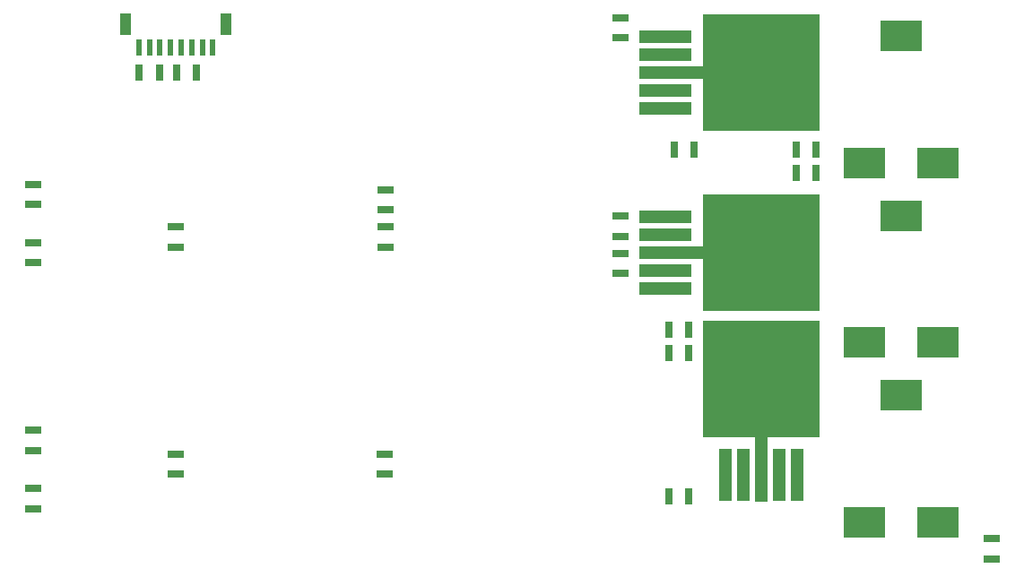
<source format=gtp>
G04 Layer_Color=8421504*
%FSLAX44Y44*%
%MOMM*%
G71*
G01*
G75*
%ADD10R,1.6000X0.8000*%
%ADD11R,0.6000X1.6000*%
%ADD12R,1.0000X2.0000*%
%ADD13R,0.8000X1.6000*%
%ADD14R,5.0000X1.2000*%
%ADD15R,8.0000X1.2000*%
%ADD16R,11.0000X11.0000*%
%ADD17R,1.2000X5.0000*%
%ADD18R,1.2000X8.0000*%
%ADD19R,11.0000X11.0000*%
%ADD20R,4.0000X3.0000*%
D10*
X597500Y359500D02*
D03*
Y340500D02*
D03*
X400000Y574500D02*
D03*
Y555500D02*
D03*
Y359500D02*
D03*
Y340500D02*
D03*
X820000Y753000D02*
D03*
Y772000D02*
D03*
Y565500D02*
D03*
Y584500D02*
D03*
Y530500D02*
D03*
Y549500D02*
D03*
X598000Y574500D02*
D03*
Y555500D02*
D03*
X265000Y363000D02*
D03*
Y382000D02*
D03*
Y308000D02*
D03*
Y327000D02*
D03*
Y540500D02*
D03*
Y559500D02*
D03*
Y595500D02*
D03*
Y614500D02*
D03*
X1170000Y260500D02*
D03*
Y279500D02*
D03*
X598000Y609500D02*
D03*
Y590500D02*
D03*
D11*
X365000Y744250D02*
D03*
X375000D02*
D03*
X385000D02*
D03*
X395000D02*
D03*
X405000D02*
D03*
X415000D02*
D03*
X425000D02*
D03*
X435000D02*
D03*
D12*
X352500Y765750D02*
D03*
X447500D02*
D03*
D13*
X365500Y720000D02*
D03*
X384500D02*
D03*
X419500D02*
D03*
X400500D02*
D03*
X870500Y647500D02*
D03*
X889500D02*
D03*
X884500Y455000D02*
D03*
X865500D02*
D03*
X884500Y477500D02*
D03*
X865500D02*
D03*
X1004500Y647500D02*
D03*
X985500D02*
D03*
X1004500Y625000D02*
D03*
X985500D02*
D03*
X865500Y320000D02*
D03*
X884500D02*
D03*
D14*
X862250Y754000D02*
D03*
Y737000D02*
D03*
Y703000D02*
D03*
Y686000D02*
D03*
Y584000D02*
D03*
Y567000D02*
D03*
Y533000D02*
D03*
Y516000D02*
D03*
D15*
X877250Y720000D02*
D03*
Y550000D02*
D03*
D16*
X952750Y720000D02*
D03*
Y550000D02*
D03*
D17*
X918500Y339750D02*
D03*
X935500D02*
D03*
X969500D02*
D03*
X986500D02*
D03*
D18*
X952500Y354750D02*
D03*
D19*
Y430250D02*
D03*
D20*
X1085000Y755000D02*
D03*
X1050000Y635000D02*
D03*
X1120000D02*
D03*
Y465000D02*
D03*
X1050000D02*
D03*
X1085000Y585000D02*
D03*
Y415000D02*
D03*
X1050000Y295000D02*
D03*
X1120000D02*
D03*
M02*

</source>
